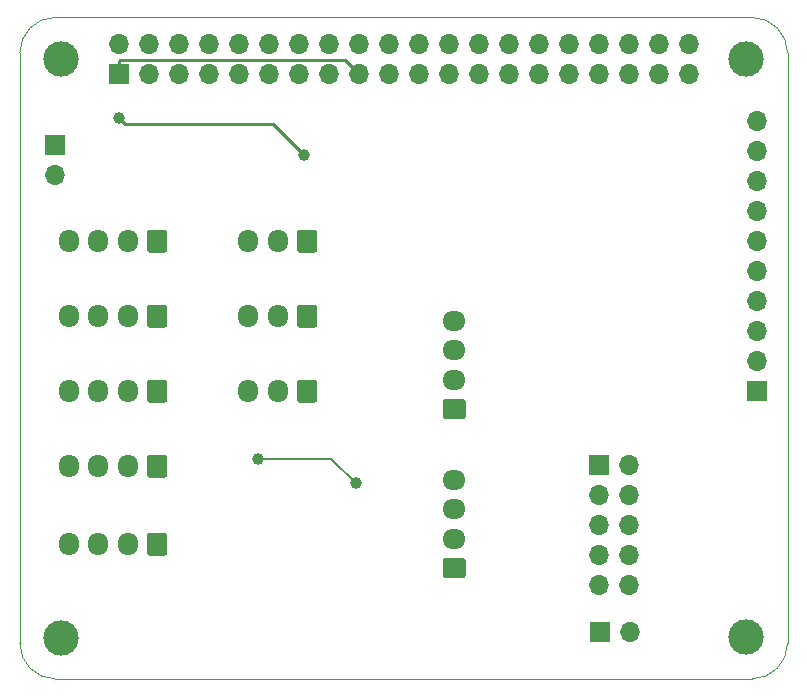
<source format=gbr>
G04 #@! TF.GenerationSoftware,KiCad,Pcbnew,(5.0.1)-3*
G04 #@! TF.CreationDate,2018-11-17T22:48:42-05:00*
G04 #@! TF.ProjectId,reef-piHat,726565662D70694861742E6B69636164,rev?*
G04 #@! TF.SameCoordinates,Original*
G04 #@! TF.FileFunction,Copper,L2,Bot,Signal*
G04 #@! TF.FilePolarity,Positive*
%FSLAX46Y46*%
G04 Gerber Fmt 4.6, Leading zero omitted, Abs format (unit mm)*
G04 Created by KiCad (PCBNEW (5.0.1)-3) date 11/17/2018 10:48:42 PM*
%MOMM*%
%LPD*%
G01*
G04 APERTURE LIST*
G04 #@! TA.AperFunction,NonConductor*
%ADD10C,0.100000*%
G04 #@! TD*
G04 #@! TA.AperFunction,ComponentPad*
%ADD11R,1.700000X1.700000*%
G04 #@! TD*
G04 #@! TA.AperFunction,ComponentPad*
%ADD12O,1.700000X1.700000*%
G04 #@! TD*
G04 #@! TA.AperFunction,WasherPad*
%ADD13C,3.000000*%
G04 #@! TD*
G04 #@! TA.AperFunction,ComponentPad*
%ADD14O,1.700000X1.950000*%
G04 #@! TD*
G04 #@! TA.AperFunction,Conductor*
%ADD15C,0.100000*%
G04 #@! TD*
G04 #@! TA.AperFunction,ComponentPad*
%ADD16C,1.700000*%
G04 #@! TD*
G04 #@! TA.AperFunction,ComponentPad*
%ADD17O,1.950000X1.700000*%
G04 #@! TD*
G04 #@! TA.AperFunction,ViaPad*
%ADD18C,1.000000*%
G04 #@! TD*
G04 #@! TA.AperFunction,Conductor*
%ADD19C,0.250000*%
G04 #@! TD*
G04 #@! TA.AperFunction,Conductor*
%ADD20C,0.150000*%
G04 #@! TD*
G04 APERTURE END LIST*
D10*
X78546356Y-63817611D02*
X78546356Y-113817611D01*
X78546356Y-63817611D02*
G75*
G02X81546356Y-60817611I3000000J0D01*
G01*
X140546356Y-60817611D02*
X81546356Y-60817611D01*
X140546356Y-60817611D02*
G75*
G02X143546356Y-63817611I0J-3000000D01*
G01*
X143546356Y-113817611D02*
X143546356Y-63817611D01*
X81546356Y-116817611D02*
G75*
G02X78546356Y-113817611I0J3000000D01*
G01*
X81546356Y-116817611D02*
X140546356Y-116817611D01*
X143546351Y-113822847D02*
G75*
G02X140546356Y-116817611I-2999995J5236D01*
G01*
D11*
G04 #@! TO.P,J3,1*
G04 #@! TO.N,/P3V3_HAT*
X86920000Y-65590000D03*
D12*
G04 #@! TO.P,J3,2*
G04 #@! TO.N,/P5V*
X86920000Y-63050000D03*
G04 #@! TO.P,J3,3*
G04 #@! TO.N,/SDA*
X89460000Y-65590000D03*
G04 #@! TO.P,J3,4*
G04 #@! TO.N,/P5V*
X89460000Y-63050000D03*
G04 #@! TO.P,J3,5*
G04 #@! TO.N,/SCL*
X92000000Y-65590000D03*
G04 #@! TO.P,J3,6*
G04 #@! TO.N,GND*
X92000000Y-63050000D03*
G04 #@! TO.P,J3,7*
G04 #@! TO.N,/1WIRE*
X94540000Y-65590000D03*
G04 #@! TO.P,J3,8*
G04 #@! TO.N,Net-(J3-Pad8)*
X94540000Y-63050000D03*
G04 #@! TO.P,J3,9*
G04 #@! TO.N,GND*
X97080000Y-65590000D03*
G04 #@! TO.P,J3,10*
G04 #@! TO.N,Net-(J3-Pad10)*
X97080000Y-63050000D03*
G04 #@! TO.P,J3,11*
G04 #@! TO.N,/ATO2*
X99620000Y-65590000D03*
G04 #@! TO.P,J3,12*
G04 #@! TO.N,Net-(J3-Pad12)*
X99620000Y-63050000D03*
G04 #@! TO.P,J3,13*
G04 #@! TO.N,/ATO1*
X102160000Y-65590000D03*
G04 #@! TO.P,J3,14*
G04 #@! TO.N,GND*
X102160000Y-63050000D03*
G04 #@! TO.P,J3,15*
G04 #@! TO.N,/PA8*
X104700000Y-65590000D03*
G04 #@! TO.P,J3,16*
G04 #@! TO.N,/PA7*
X104700000Y-63050000D03*
G04 #@! TO.P,J3,17*
G04 #@! TO.N,/P3V3_HAT*
X107240000Y-65590000D03*
G04 #@! TO.P,J3,18*
G04 #@! TO.N,/PA6*
X107240000Y-63050000D03*
G04 #@! TO.P,J3,19*
G04 #@! TO.N,/PA5*
X109780000Y-65590000D03*
G04 #@! TO.P,J3,20*
G04 #@! TO.N,GND*
X109780000Y-63050000D03*
G04 #@! TO.P,J3,21*
G04 #@! TO.N,/PA3*
X112320000Y-65590000D03*
G04 #@! TO.P,J3,22*
G04 #@! TO.N,/PA4*
X112320000Y-63050000D03*
G04 #@! TO.P,J3,23*
G04 #@! TO.N,/PA1*
X114860000Y-65590000D03*
G04 #@! TO.P,J3,24*
G04 #@! TO.N,/PA2*
X114860000Y-63050000D03*
G04 #@! TO.P,J3,25*
G04 #@! TO.N,GND*
X117400000Y-65590000D03*
G04 #@! TO.P,J3,26*
G04 #@! TO.N,Net-(J3-Pad26)*
X117400000Y-63050000D03*
G04 #@! TO.P,J3,27*
G04 #@! TO.N,/ID_SD_EEPROM*
X119940000Y-65590000D03*
G04 #@! TO.P,J3,28*
G04 #@! TO.N,/ID_SC_EEPROM*
X119940000Y-63050000D03*
G04 #@! TO.P,J3,29*
G04 #@! TO.N,/PB7*
X122480000Y-65590000D03*
G04 #@! TO.P,J3,30*
G04 #@! TO.N,GND*
X122480000Y-63050000D03*
G04 #@! TO.P,J3,31*
G04 #@! TO.N,/PB8*
X125020000Y-65590000D03*
G04 #@! TO.P,J3,32*
G04 #@! TO.N,Net-(J3-Pad32)*
X125020000Y-63050000D03*
G04 #@! TO.P,J3,33*
G04 #@! TO.N,/PB6*
X127560000Y-65590000D03*
G04 #@! TO.P,J3,34*
G04 #@! TO.N,GND*
X127560000Y-63050000D03*
G04 #@! TO.P,J3,35*
G04 #@! TO.N,/PB4*
X130100000Y-65590000D03*
G04 #@! TO.P,J3,36*
G04 #@! TO.N,/PB5*
X130100000Y-63050000D03*
G04 #@! TO.P,J3,37*
G04 #@! TO.N,/PB2*
X132640000Y-65590000D03*
G04 #@! TO.P,J3,38*
G04 #@! TO.N,/PB3*
X132640000Y-63050000D03*
G04 #@! TO.P,J3,39*
G04 #@! TO.N,GND*
X135180000Y-65590000D03*
G04 #@! TO.P,J3,40*
G04 #@! TO.N,/PB1*
X135180000Y-63050000D03*
G04 #@! TD*
D13*
G04 #@! TO.P,H1,*
G04 #@! TO.N,*
X82040000Y-64310000D03*
G04 #@! TD*
G04 #@! TO.P,H2,*
G04 #@! TO.N,*
X140040000Y-64330000D03*
G04 #@! TD*
G04 #@! TO.P,H3,*
G04 #@! TO.N,*
X82040000Y-113320000D03*
G04 #@! TD*
G04 #@! TO.P,H4,*
G04 #@! TO.N,*
X140030000Y-113310000D03*
G04 #@! TD*
D14*
G04 #@! TO.P,J1,4*
G04 #@! TO.N,GND*
X82670000Y-92456000D03*
G04 #@! TO.P,J1,3*
G04 #@! TO.N,Net-(J1-Pad3)*
X85170000Y-92456000D03*
G04 #@! TO.P,J1,2*
G04 #@! TO.N,Net-(J1-Pad2)*
X87670000Y-92456000D03*
D15*
G04 #@! TD*
G04 #@! TO.N,Net-(J1-Pad1)*
G04 #@! TO.C,J1*
G36*
X90794504Y-91482204D02*
X90818773Y-91485804D01*
X90842571Y-91491765D01*
X90865671Y-91500030D01*
X90887849Y-91510520D01*
X90908893Y-91523133D01*
X90928598Y-91537747D01*
X90946777Y-91554223D01*
X90963253Y-91572402D01*
X90977867Y-91592107D01*
X90990480Y-91613151D01*
X91000970Y-91635329D01*
X91009235Y-91658429D01*
X91015196Y-91682227D01*
X91018796Y-91706496D01*
X91020000Y-91731000D01*
X91020000Y-93181000D01*
X91018796Y-93205504D01*
X91015196Y-93229773D01*
X91009235Y-93253571D01*
X91000970Y-93276671D01*
X90990480Y-93298849D01*
X90977867Y-93319893D01*
X90963253Y-93339598D01*
X90946777Y-93357777D01*
X90928598Y-93374253D01*
X90908893Y-93388867D01*
X90887849Y-93401480D01*
X90865671Y-93411970D01*
X90842571Y-93420235D01*
X90818773Y-93426196D01*
X90794504Y-93429796D01*
X90770000Y-93431000D01*
X89570000Y-93431000D01*
X89545496Y-93429796D01*
X89521227Y-93426196D01*
X89497429Y-93420235D01*
X89474329Y-93411970D01*
X89452151Y-93401480D01*
X89431107Y-93388867D01*
X89411402Y-93374253D01*
X89393223Y-93357777D01*
X89376747Y-93339598D01*
X89362133Y-93319893D01*
X89349520Y-93298849D01*
X89339030Y-93276671D01*
X89330765Y-93253571D01*
X89324804Y-93229773D01*
X89321204Y-93205504D01*
X89320000Y-93181000D01*
X89320000Y-91731000D01*
X89321204Y-91706496D01*
X89324804Y-91682227D01*
X89330765Y-91658429D01*
X89339030Y-91635329D01*
X89349520Y-91613151D01*
X89362133Y-91592107D01*
X89376747Y-91572402D01*
X89393223Y-91554223D01*
X89411402Y-91537747D01*
X89431107Y-91523133D01*
X89452151Y-91510520D01*
X89474329Y-91500030D01*
X89497429Y-91491765D01*
X89521227Y-91485804D01*
X89545496Y-91482204D01*
X89570000Y-91481000D01*
X90770000Y-91481000D01*
X90794504Y-91482204D01*
X90794504Y-91482204D01*
G37*
D16*
G04 #@! TO.P,J1,1*
G04 #@! TO.N,Net-(J1-Pad1)*
X90170000Y-92456000D03*
G04 #@! TD*
D15*
G04 #@! TO.N,Net-(J2-Pad1)*
G04 #@! TO.C,J2*
G36*
X90794504Y-97832204D02*
X90818773Y-97835804D01*
X90842571Y-97841765D01*
X90865671Y-97850030D01*
X90887849Y-97860520D01*
X90908893Y-97873133D01*
X90928598Y-97887747D01*
X90946777Y-97904223D01*
X90963253Y-97922402D01*
X90977867Y-97942107D01*
X90990480Y-97963151D01*
X91000970Y-97985329D01*
X91009235Y-98008429D01*
X91015196Y-98032227D01*
X91018796Y-98056496D01*
X91020000Y-98081000D01*
X91020000Y-99531000D01*
X91018796Y-99555504D01*
X91015196Y-99579773D01*
X91009235Y-99603571D01*
X91000970Y-99626671D01*
X90990480Y-99648849D01*
X90977867Y-99669893D01*
X90963253Y-99689598D01*
X90946777Y-99707777D01*
X90928598Y-99724253D01*
X90908893Y-99738867D01*
X90887849Y-99751480D01*
X90865671Y-99761970D01*
X90842571Y-99770235D01*
X90818773Y-99776196D01*
X90794504Y-99779796D01*
X90770000Y-99781000D01*
X89570000Y-99781000D01*
X89545496Y-99779796D01*
X89521227Y-99776196D01*
X89497429Y-99770235D01*
X89474329Y-99761970D01*
X89452151Y-99751480D01*
X89431107Y-99738867D01*
X89411402Y-99724253D01*
X89393223Y-99707777D01*
X89376747Y-99689598D01*
X89362133Y-99669893D01*
X89349520Y-99648849D01*
X89339030Y-99626671D01*
X89330765Y-99603571D01*
X89324804Y-99579773D01*
X89321204Y-99555504D01*
X89320000Y-99531000D01*
X89320000Y-98081000D01*
X89321204Y-98056496D01*
X89324804Y-98032227D01*
X89330765Y-98008429D01*
X89339030Y-97985329D01*
X89349520Y-97963151D01*
X89362133Y-97942107D01*
X89376747Y-97922402D01*
X89393223Y-97904223D01*
X89411402Y-97887747D01*
X89431107Y-97873133D01*
X89452151Y-97860520D01*
X89474329Y-97850030D01*
X89497429Y-97841765D01*
X89521227Y-97835804D01*
X89545496Y-97832204D01*
X89570000Y-97831000D01*
X90770000Y-97831000D01*
X90794504Y-97832204D01*
X90794504Y-97832204D01*
G37*
D16*
G04 #@! TD*
G04 #@! TO.P,J2,1*
G04 #@! TO.N,Net-(J2-Pad1)*
X90170000Y-98806000D03*
D14*
G04 #@! TO.P,J2,2*
G04 #@! TO.N,Net-(J2-Pad2)*
X87670000Y-98806000D03*
G04 #@! TO.P,J2,3*
G04 #@! TO.N,Net-(J2-Pad3)*
X85170000Y-98806000D03*
G04 #@! TO.P,J2,4*
G04 #@! TO.N,GND*
X82670000Y-98806000D03*
G04 #@! TD*
D15*
G04 #@! TO.N,Net-(J4-Pad1)*
G04 #@! TO.C,J4*
G36*
X90794504Y-104436204D02*
X90818773Y-104439804D01*
X90842571Y-104445765D01*
X90865671Y-104454030D01*
X90887849Y-104464520D01*
X90908893Y-104477133D01*
X90928598Y-104491747D01*
X90946777Y-104508223D01*
X90963253Y-104526402D01*
X90977867Y-104546107D01*
X90990480Y-104567151D01*
X91000970Y-104589329D01*
X91009235Y-104612429D01*
X91015196Y-104636227D01*
X91018796Y-104660496D01*
X91020000Y-104685000D01*
X91020000Y-106135000D01*
X91018796Y-106159504D01*
X91015196Y-106183773D01*
X91009235Y-106207571D01*
X91000970Y-106230671D01*
X90990480Y-106252849D01*
X90977867Y-106273893D01*
X90963253Y-106293598D01*
X90946777Y-106311777D01*
X90928598Y-106328253D01*
X90908893Y-106342867D01*
X90887849Y-106355480D01*
X90865671Y-106365970D01*
X90842571Y-106374235D01*
X90818773Y-106380196D01*
X90794504Y-106383796D01*
X90770000Y-106385000D01*
X89570000Y-106385000D01*
X89545496Y-106383796D01*
X89521227Y-106380196D01*
X89497429Y-106374235D01*
X89474329Y-106365970D01*
X89452151Y-106355480D01*
X89431107Y-106342867D01*
X89411402Y-106328253D01*
X89393223Y-106311777D01*
X89376747Y-106293598D01*
X89362133Y-106273893D01*
X89349520Y-106252849D01*
X89339030Y-106230671D01*
X89330765Y-106207571D01*
X89324804Y-106183773D01*
X89321204Y-106159504D01*
X89320000Y-106135000D01*
X89320000Y-104685000D01*
X89321204Y-104660496D01*
X89324804Y-104636227D01*
X89330765Y-104612429D01*
X89339030Y-104589329D01*
X89349520Y-104567151D01*
X89362133Y-104546107D01*
X89376747Y-104526402D01*
X89393223Y-104508223D01*
X89411402Y-104491747D01*
X89431107Y-104477133D01*
X89452151Y-104464520D01*
X89474329Y-104454030D01*
X89497429Y-104445765D01*
X89521227Y-104439804D01*
X89545496Y-104436204D01*
X89570000Y-104435000D01*
X90770000Y-104435000D01*
X90794504Y-104436204D01*
X90794504Y-104436204D01*
G37*
D16*
G04 #@! TD*
G04 #@! TO.P,J4,1*
G04 #@! TO.N,Net-(J4-Pad1)*
X90170000Y-105410000D03*
D14*
G04 #@! TO.P,J4,2*
G04 #@! TO.N,Net-(J4-Pad2)*
X87670000Y-105410000D03*
G04 #@! TO.P,J4,3*
G04 #@! TO.N,Net-(J4-Pad3)*
X85170000Y-105410000D03*
G04 #@! TO.P,J4,4*
G04 #@! TO.N,GND*
X82670000Y-105410000D03*
G04 #@! TD*
D15*
G04 #@! TO.N,/P5V*
G04 #@! TO.C,J8*
G36*
X116065504Y-93131204D02*
X116089773Y-93134804D01*
X116113571Y-93140765D01*
X116136671Y-93149030D01*
X116158849Y-93159520D01*
X116179893Y-93172133D01*
X116199598Y-93186747D01*
X116217777Y-93203223D01*
X116234253Y-93221402D01*
X116248867Y-93241107D01*
X116261480Y-93262151D01*
X116271970Y-93284329D01*
X116280235Y-93307429D01*
X116286196Y-93331227D01*
X116289796Y-93355496D01*
X116291000Y-93380000D01*
X116291000Y-94580000D01*
X116289796Y-94604504D01*
X116286196Y-94628773D01*
X116280235Y-94652571D01*
X116271970Y-94675671D01*
X116261480Y-94697849D01*
X116248867Y-94718893D01*
X116234253Y-94738598D01*
X116217777Y-94756777D01*
X116199598Y-94773253D01*
X116179893Y-94787867D01*
X116158849Y-94800480D01*
X116136671Y-94810970D01*
X116113571Y-94819235D01*
X116089773Y-94825196D01*
X116065504Y-94828796D01*
X116041000Y-94830000D01*
X114591000Y-94830000D01*
X114566496Y-94828796D01*
X114542227Y-94825196D01*
X114518429Y-94819235D01*
X114495329Y-94810970D01*
X114473151Y-94800480D01*
X114452107Y-94787867D01*
X114432402Y-94773253D01*
X114414223Y-94756777D01*
X114397747Y-94738598D01*
X114383133Y-94718893D01*
X114370520Y-94697849D01*
X114360030Y-94675671D01*
X114351765Y-94652571D01*
X114345804Y-94628773D01*
X114342204Y-94604504D01*
X114341000Y-94580000D01*
X114341000Y-93380000D01*
X114342204Y-93355496D01*
X114345804Y-93331227D01*
X114351765Y-93307429D01*
X114360030Y-93284329D01*
X114370520Y-93262151D01*
X114383133Y-93241107D01*
X114397747Y-93221402D01*
X114414223Y-93203223D01*
X114432402Y-93186747D01*
X114452107Y-93172133D01*
X114473151Y-93159520D01*
X114495329Y-93149030D01*
X114518429Y-93140765D01*
X114542227Y-93134804D01*
X114566496Y-93131204D01*
X114591000Y-93130000D01*
X116041000Y-93130000D01*
X116065504Y-93131204D01*
X116065504Y-93131204D01*
G37*
D16*
G04 #@! TD*
G04 #@! TO.P,J8,1*
G04 #@! TO.N,/P5V*
X115316000Y-93980000D03*
D17*
G04 #@! TO.P,J8,2*
G04 #@! TO.N,/ATO1*
X115316000Y-91480000D03*
G04 #@! TO.P,J8,3*
G04 #@! TO.N,GND*
X115316000Y-88980000D03*
G04 #@! TO.P,J8,4*
X115316000Y-86480000D03*
G04 #@! TD*
G04 #@! TO.P,J10,4*
G04 #@! TO.N,GND*
X115316000Y-99942000D03*
G04 #@! TO.P,J10,3*
X115316000Y-102442000D03*
G04 #@! TO.P,J10,2*
G04 #@! TO.N,/ATO2*
X115316000Y-104942000D03*
D15*
G04 #@! TD*
G04 #@! TO.N,/P5V*
G04 #@! TO.C,J10*
G36*
X116065504Y-106593204D02*
X116089773Y-106596804D01*
X116113571Y-106602765D01*
X116136671Y-106611030D01*
X116158849Y-106621520D01*
X116179893Y-106634133D01*
X116199598Y-106648747D01*
X116217777Y-106665223D01*
X116234253Y-106683402D01*
X116248867Y-106703107D01*
X116261480Y-106724151D01*
X116271970Y-106746329D01*
X116280235Y-106769429D01*
X116286196Y-106793227D01*
X116289796Y-106817496D01*
X116291000Y-106842000D01*
X116291000Y-108042000D01*
X116289796Y-108066504D01*
X116286196Y-108090773D01*
X116280235Y-108114571D01*
X116271970Y-108137671D01*
X116261480Y-108159849D01*
X116248867Y-108180893D01*
X116234253Y-108200598D01*
X116217777Y-108218777D01*
X116199598Y-108235253D01*
X116179893Y-108249867D01*
X116158849Y-108262480D01*
X116136671Y-108272970D01*
X116113571Y-108281235D01*
X116089773Y-108287196D01*
X116065504Y-108290796D01*
X116041000Y-108292000D01*
X114591000Y-108292000D01*
X114566496Y-108290796D01*
X114542227Y-108287196D01*
X114518429Y-108281235D01*
X114495329Y-108272970D01*
X114473151Y-108262480D01*
X114452107Y-108249867D01*
X114432402Y-108235253D01*
X114414223Y-108218777D01*
X114397747Y-108200598D01*
X114383133Y-108180893D01*
X114370520Y-108159849D01*
X114360030Y-108137671D01*
X114351765Y-108114571D01*
X114345804Y-108090773D01*
X114342204Y-108066504D01*
X114341000Y-108042000D01*
X114341000Y-106842000D01*
X114342204Y-106817496D01*
X114345804Y-106793227D01*
X114351765Y-106769429D01*
X114360030Y-106746329D01*
X114370520Y-106724151D01*
X114383133Y-106703107D01*
X114397747Y-106683402D01*
X114414223Y-106665223D01*
X114432402Y-106648747D01*
X114452107Y-106634133D01*
X114473151Y-106621520D01*
X114495329Y-106611030D01*
X114518429Y-106602765D01*
X114542227Y-106596804D01*
X114566496Y-106593204D01*
X114591000Y-106592000D01*
X116041000Y-106592000D01*
X116065504Y-106593204D01*
X116065504Y-106593204D01*
G37*
D16*
G04 #@! TO.P,J10,1*
G04 #@! TO.N,/P5V*
X115316000Y-107442000D03*
G04 #@! TD*
D15*
G04 #@! TO.N,/P5V*
G04 #@! TO.C,J11*
G36*
X90794504Y-85132204D02*
X90818773Y-85135804D01*
X90842571Y-85141765D01*
X90865671Y-85150030D01*
X90887849Y-85160520D01*
X90908893Y-85173133D01*
X90928598Y-85187747D01*
X90946777Y-85204223D01*
X90963253Y-85222402D01*
X90977867Y-85242107D01*
X90990480Y-85263151D01*
X91000970Y-85285329D01*
X91009235Y-85308429D01*
X91015196Y-85332227D01*
X91018796Y-85356496D01*
X91020000Y-85381000D01*
X91020000Y-86831000D01*
X91018796Y-86855504D01*
X91015196Y-86879773D01*
X91009235Y-86903571D01*
X91000970Y-86926671D01*
X90990480Y-86948849D01*
X90977867Y-86969893D01*
X90963253Y-86989598D01*
X90946777Y-87007777D01*
X90928598Y-87024253D01*
X90908893Y-87038867D01*
X90887849Y-87051480D01*
X90865671Y-87061970D01*
X90842571Y-87070235D01*
X90818773Y-87076196D01*
X90794504Y-87079796D01*
X90770000Y-87081000D01*
X89570000Y-87081000D01*
X89545496Y-87079796D01*
X89521227Y-87076196D01*
X89497429Y-87070235D01*
X89474329Y-87061970D01*
X89452151Y-87051480D01*
X89431107Y-87038867D01*
X89411402Y-87024253D01*
X89393223Y-87007777D01*
X89376747Y-86989598D01*
X89362133Y-86969893D01*
X89349520Y-86948849D01*
X89339030Y-86926671D01*
X89330765Y-86903571D01*
X89324804Y-86879773D01*
X89321204Y-86855504D01*
X89320000Y-86831000D01*
X89320000Y-85381000D01*
X89321204Y-85356496D01*
X89324804Y-85332227D01*
X89330765Y-85308429D01*
X89339030Y-85285329D01*
X89349520Y-85263151D01*
X89362133Y-85242107D01*
X89376747Y-85222402D01*
X89393223Y-85204223D01*
X89411402Y-85187747D01*
X89431107Y-85173133D01*
X89452151Y-85160520D01*
X89474329Y-85150030D01*
X89497429Y-85141765D01*
X89521227Y-85135804D01*
X89545496Y-85132204D01*
X89570000Y-85131000D01*
X90770000Y-85131000D01*
X90794504Y-85132204D01*
X90794504Y-85132204D01*
G37*
D16*
G04 #@! TD*
G04 #@! TO.P,J11,1*
G04 #@! TO.N,/P5V*
X90170000Y-86106000D03*
D14*
G04 #@! TO.P,J11,2*
G04 #@! TO.N,/SCL*
X87670000Y-86106000D03*
G04 #@! TO.P,J11,3*
G04 #@! TO.N,/SDA*
X85170000Y-86106000D03*
G04 #@! TO.P,J11,4*
G04 #@! TO.N,GND*
X82670000Y-86106000D03*
G04 #@! TD*
G04 #@! TO.P,J12,4*
G04 #@! TO.N,GND*
X82670000Y-79756000D03*
G04 #@! TO.P,J12,3*
G04 #@! TO.N,/SDA*
X85170000Y-79756000D03*
G04 #@! TO.P,J12,2*
G04 #@! TO.N,/SCL*
X87670000Y-79756000D03*
D15*
G04 #@! TD*
G04 #@! TO.N,/P5V*
G04 #@! TO.C,J12*
G36*
X90794504Y-78782204D02*
X90818773Y-78785804D01*
X90842571Y-78791765D01*
X90865671Y-78800030D01*
X90887849Y-78810520D01*
X90908893Y-78823133D01*
X90928598Y-78837747D01*
X90946777Y-78854223D01*
X90963253Y-78872402D01*
X90977867Y-78892107D01*
X90990480Y-78913151D01*
X91000970Y-78935329D01*
X91009235Y-78958429D01*
X91015196Y-78982227D01*
X91018796Y-79006496D01*
X91020000Y-79031000D01*
X91020000Y-80481000D01*
X91018796Y-80505504D01*
X91015196Y-80529773D01*
X91009235Y-80553571D01*
X91000970Y-80576671D01*
X90990480Y-80598849D01*
X90977867Y-80619893D01*
X90963253Y-80639598D01*
X90946777Y-80657777D01*
X90928598Y-80674253D01*
X90908893Y-80688867D01*
X90887849Y-80701480D01*
X90865671Y-80711970D01*
X90842571Y-80720235D01*
X90818773Y-80726196D01*
X90794504Y-80729796D01*
X90770000Y-80731000D01*
X89570000Y-80731000D01*
X89545496Y-80729796D01*
X89521227Y-80726196D01*
X89497429Y-80720235D01*
X89474329Y-80711970D01*
X89452151Y-80701480D01*
X89431107Y-80688867D01*
X89411402Y-80674253D01*
X89393223Y-80657777D01*
X89376747Y-80639598D01*
X89362133Y-80619893D01*
X89349520Y-80598849D01*
X89339030Y-80576671D01*
X89330765Y-80553571D01*
X89324804Y-80529773D01*
X89321204Y-80505504D01*
X89320000Y-80481000D01*
X89320000Y-79031000D01*
X89321204Y-79006496D01*
X89324804Y-78982227D01*
X89330765Y-78958429D01*
X89339030Y-78935329D01*
X89349520Y-78913151D01*
X89362133Y-78892107D01*
X89376747Y-78872402D01*
X89393223Y-78854223D01*
X89411402Y-78837747D01*
X89431107Y-78823133D01*
X89452151Y-78810520D01*
X89474329Y-78800030D01*
X89497429Y-78791765D01*
X89521227Y-78785804D01*
X89545496Y-78782204D01*
X89570000Y-78781000D01*
X90770000Y-78781000D01*
X90794504Y-78782204D01*
X90794504Y-78782204D01*
G37*
D16*
G04 #@! TO.P,J12,1*
G04 #@! TO.N,/P5V*
X90170000Y-79756000D03*
G04 #@! TD*
D11*
G04 #@! TO.P,J13,1*
G04 #@! TO.N,/P5V*
X81534000Y-71628000D03*
D12*
G04 #@! TO.P,J13,2*
G04 #@! TO.N,GND*
X81534000Y-74168000D03*
G04 #@! TD*
D15*
G04 #@! TO.N,/P3V3_HAT*
G04 #@! TO.C,J14*
G36*
X103494504Y-78782204D02*
X103518773Y-78785804D01*
X103542571Y-78791765D01*
X103565671Y-78800030D01*
X103587849Y-78810520D01*
X103608893Y-78823133D01*
X103628598Y-78837747D01*
X103646777Y-78854223D01*
X103663253Y-78872402D01*
X103677867Y-78892107D01*
X103690480Y-78913151D01*
X103700970Y-78935329D01*
X103709235Y-78958429D01*
X103715196Y-78982227D01*
X103718796Y-79006496D01*
X103720000Y-79031000D01*
X103720000Y-80481000D01*
X103718796Y-80505504D01*
X103715196Y-80529773D01*
X103709235Y-80553571D01*
X103700970Y-80576671D01*
X103690480Y-80598849D01*
X103677867Y-80619893D01*
X103663253Y-80639598D01*
X103646777Y-80657777D01*
X103628598Y-80674253D01*
X103608893Y-80688867D01*
X103587849Y-80701480D01*
X103565671Y-80711970D01*
X103542571Y-80720235D01*
X103518773Y-80726196D01*
X103494504Y-80729796D01*
X103470000Y-80731000D01*
X102270000Y-80731000D01*
X102245496Y-80729796D01*
X102221227Y-80726196D01*
X102197429Y-80720235D01*
X102174329Y-80711970D01*
X102152151Y-80701480D01*
X102131107Y-80688867D01*
X102111402Y-80674253D01*
X102093223Y-80657777D01*
X102076747Y-80639598D01*
X102062133Y-80619893D01*
X102049520Y-80598849D01*
X102039030Y-80576671D01*
X102030765Y-80553571D01*
X102024804Y-80529773D01*
X102021204Y-80505504D01*
X102020000Y-80481000D01*
X102020000Y-79031000D01*
X102021204Y-79006496D01*
X102024804Y-78982227D01*
X102030765Y-78958429D01*
X102039030Y-78935329D01*
X102049520Y-78913151D01*
X102062133Y-78892107D01*
X102076747Y-78872402D01*
X102093223Y-78854223D01*
X102111402Y-78837747D01*
X102131107Y-78823133D01*
X102152151Y-78810520D01*
X102174329Y-78800030D01*
X102197429Y-78791765D01*
X102221227Y-78785804D01*
X102245496Y-78782204D01*
X102270000Y-78781000D01*
X103470000Y-78781000D01*
X103494504Y-78782204D01*
X103494504Y-78782204D01*
G37*
D16*
G04 #@! TD*
G04 #@! TO.P,J14,1*
G04 #@! TO.N,/P3V3_HAT*
X102870000Y-79756000D03*
D14*
G04 #@! TO.P,J14,2*
G04 #@! TO.N,/1WIRE*
X100370000Y-79756000D03*
G04 #@! TO.P,J14,3*
G04 #@! TO.N,GND*
X97870000Y-79756000D03*
G04 #@! TD*
G04 #@! TO.P,J15,3*
G04 #@! TO.N,GND*
X97870000Y-86106000D03*
G04 #@! TO.P,J15,2*
G04 #@! TO.N,/1WIRE*
X100370000Y-86106000D03*
D15*
G04 #@! TD*
G04 #@! TO.N,/P3V3_HAT*
G04 #@! TO.C,J15*
G36*
X103494504Y-85132204D02*
X103518773Y-85135804D01*
X103542571Y-85141765D01*
X103565671Y-85150030D01*
X103587849Y-85160520D01*
X103608893Y-85173133D01*
X103628598Y-85187747D01*
X103646777Y-85204223D01*
X103663253Y-85222402D01*
X103677867Y-85242107D01*
X103690480Y-85263151D01*
X103700970Y-85285329D01*
X103709235Y-85308429D01*
X103715196Y-85332227D01*
X103718796Y-85356496D01*
X103720000Y-85381000D01*
X103720000Y-86831000D01*
X103718796Y-86855504D01*
X103715196Y-86879773D01*
X103709235Y-86903571D01*
X103700970Y-86926671D01*
X103690480Y-86948849D01*
X103677867Y-86969893D01*
X103663253Y-86989598D01*
X103646777Y-87007777D01*
X103628598Y-87024253D01*
X103608893Y-87038867D01*
X103587849Y-87051480D01*
X103565671Y-87061970D01*
X103542571Y-87070235D01*
X103518773Y-87076196D01*
X103494504Y-87079796D01*
X103470000Y-87081000D01*
X102270000Y-87081000D01*
X102245496Y-87079796D01*
X102221227Y-87076196D01*
X102197429Y-87070235D01*
X102174329Y-87061970D01*
X102152151Y-87051480D01*
X102131107Y-87038867D01*
X102111402Y-87024253D01*
X102093223Y-87007777D01*
X102076747Y-86989598D01*
X102062133Y-86969893D01*
X102049520Y-86948849D01*
X102039030Y-86926671D01*
X102030765Y-86903571D01*
X102024804Y-86879773D01*
X102021204Y-86855504D01*
X102020000Y-86831000D01*
X102020000Y-85381000D01*
X102021204Y-85356496D01*
X102024804Y-85332227D01*
X102030765Y-85308429D01*
X102039030Y-85285329D01*
X102049520Y-85263151D01*
X102062133Y-85242107D01*
X102076747Y-85222402D01*
X102093223Y-85204223D01*
X102111402Y-85187747D01*
X102131107Y-85173133D01*
X102152151Y-85160520D01*
X102174329Y-85150030D01*
X102197429Y-85141765D01*
X102221227Y-85135804D01*
X102245496Y-85132204D01*
X102270000Y-85131000D01*
X103470000Y-85131000D01*
X103494504Y-85132204D01*
X103494504Y-85132204D01*
G37*
D16*
G04 #@! TO.P,J15,1*
G04 #@! TO.N,/P3V3_HAT*
X102870000Y-86106000D03*
G04 #@! TD*
D15*
G04 #@! TO.N,/P3V3_HAT*
G04 #@! TO.C,J16*
G36*
X103494504Y-91482204D02*
X103518773Y-91485804D01*
X103542571Y-91491765D01*
X103565671Y-91500030D01*
X103587849Y-91510520D01*
X103608893Y-91523133D01*
X103628598Y-91537747D01*
X103646777Y-91554223D01*
X103663253Y-91572402D01*
X103677867Y-91592107D01*
X103690480Y-91613151D01*
X103700970Y-91635329D01*
X103709235Y-91658429D01*
X103715196Y-91682227D01*
X103718796Y-91706496D01*
X103720000Y-91731000D01*
X103720000Y-93181000D01*
X103718796Y-93205504D01*
X103715196Y-93229773D01*
X103709235Y-93253571D01*
X103700970Y-93276671D01*
X103690480Y-93298849D01*
X103677867Y-93319893D01*
X103663253Y-93339598D01*
X103646777Y-93357777D01*
X103628598Y-93374253D01*
X103608893Y-93388867D01*
X103587849Y-93401480D01*
X103565671Y-93411970D01*
X103542571Y-93420235D01*
X103518773Y-93426196D01*
X103494504Y-93429796D01*
X103470000Y-93431000D01*
X102270000Y-93431000D01*
X102245496Y-93429796D01*
X102221227Y-93426196D01*
X102197429Y-93420235D01*
X102174329Y-93411970D01*
X102152151Y-93401480D01*
X102131107Y-93388867D01*
X102111402Y-93374253D01*
X102093223Y-93357777D01*
X102076747Y-93339598D01*
X102062133Y-93319893D01*
X102049520Y-93298849D01*
X102039030Y-93276671D01*
X102030765Y-93253571D01*
X102024804Y-93229773D01*
X102021204Y-93205504D01*
X102020000Y-93181000D01*
X102020000Y-91731000D01*
X102021204Y-91706496D01*
X102024804Y-91682227D01*
X102030765Y-91658429D01*
X102039030Y-91635329D01*
X102049520Y-91613151D01*
X102062133Y-91592107D01*
X102076747Y-91572402D01*
X102093223Y-91554223D01*
X102111402Y-91537747D01*
X102131107Y-91523133D01*
X102152151Y-91510520D01*
X102174329Y-91500030D01*
X102197429Y-91491765D01*
X102221227Y-91485804D01*
X102245496Y-91482204D01*
X102270000Y-91481000D01*
X103470000Y-91481000D01*
X103494504Y-91482204D01*
X103494504Y-91482204D01*
G37*
D16*
G04 #@! TD*
G04 #@! TO.P,J16,1*
G04 #@! TO.N,/P3V3_HAT*
X102870000Y-92456000D03*
D14*
G04 #@! TO.P,J16,2*
G04 #@! TO.N,/1WIRE*
X100370000Y-92456000D03*
G04 #@! TO.P,J16,3*
G04 #@! TO.N,GND*
X97870000Y-92456000D03*
G04 #@! TD*
D11*
G04 #@! TO.P,J7,1*
G04 #@! TO.N,/P5V*
X140970000Y-92456000D03*
D12*
G04 #@! TO.P,J7,2*
G04 #@! TO.N,/PB8*
X140970000Y-89916000D03*
G04 #@! TO.P,J7,3*
G04 #@! TO.N,/PB7*
X140970000Y-87376000D03*
G04 #@! TO.P,J7,4*
G04 #@! TO.N,/PB6*
X140970000Y-84836000D03*
G04 #@! TO.P,J7,5*
G04 #@! TO.N,/PB5*
X140970000Y-82296000D03*
G04 #@! TO.P,J7,6*
G04 #@! TO.N,/PB4*
X140970000Y-79756000D03*
G04 #@! TO.P,J7,7*
G04 #@! TO.N,/PB3*
X140970000Y-77216000D03*
G04 #@! TO.P,J7,8*
G04 #@! TO.N,/PB2*
X140970000Y-74676000D03*
G04 #@! TO.P,J7,9*
G04 #@! TO.N,/PB1*
X140970000Y-72136000D03*
G04 #@! TO.P,J7,10*
G04 #@! TO.N,GND*
X140970000Y-69596000D03*
G04 #@! TD*
D11*
G04 #@! TO.P,J5,1*
G04 #@! TO.N,/12V*
X127635000Y-112839500D03*
D12*
G04 #@! TO.P,J5,2*
G04 #@! TO.N,GND*
X130175000Y-112839500D03*
G04 #@! TD*
D11*
G04 #@! TO.P,J6,1*
G04 #@! TO.N,Net-(J6-Pad1)*
X127571500Y-98742500D03*
D12*
G04 #@! TO.P,J6,2*
G04 #@! TO.N,Net-(J6-Pad2)*
X130111500Y-98742500D03*
G04 #@! TO.P,J6,3*
G04 #@! TO.N,Net-(J6-Pad3)*
X127571500Y-101282500D03*
G04 #@! TO.P,J6,4*
G04 #@! TO.N,Net-(J6-Pad4)*
X130111500Y-101282500D03*
G04 #@! TO.P,J6,5*
G04 #@! TO.N,Net-(J6-Pad5)*
X127571500Y-103822500D03*
G04 #@! TO.P,J6,6*
G04 #@! TO.N,Net-(J6-Pad6)*
X130111500Y-103822500D03*
G04 #@! TO.P,J6,7*
G04 #@! TO.N,Net-(J6-Pad7)*
X127571500Y-106362500D03*
G04 #@! TO.P,J6,8*
G04 #@! TO.N,Net-(J6-Pad8)*
X130111500Y-106362500D03*
G04 #@! TO.P,J6,9*
G04 #@! TO.N,/12V*
X127571500Y-108902500D03*
G04 #@! TO.P,J6,10*
G04 #@! TO.N,Net-(J6-Pad10)*
X130111500Y-108902500D03*
G04 #@! TD*
D18*
G04 #@! TO.N,/P3V3_HAT*
X86931500Y-69342000D03*
X102616000Y-72453500D03*
X98679000Y-98171000D03*
X106997500Y-100266500D03*
G04 #@! TD*
D19*
G04 #@! TO.N,/ID_SD_EEPROM*
X119940000Y-66060000D02*
X119940000Y-65590000D01*
G04 #@! TO.N,/P3V3_HAT*
X87431499Y-69841999D02*
X100004499Y-69841999D01*
X86931500Y-69342000D02*
X87431499Y-69841999D01*
X100004499Y-69841999D02*
X102616000Y-72453500D01*
X102616000Y-72453500D02*
X102616000Y-72453500D01*
X86920000Y-64490000D02*
X86920000Y-65590000D01*
X86995001Y-64414999D02*
X86920000Y-64490000D01*
X106064999Y-64414999D02*
X86995001Y-64414999D01*
X107240000Y-65590000D02*
X106064999Y-64414999D01*
D20*
X98679000Y-98171000D02*
X104902000Y-98171000D01*
X104902000Y-98171000D02*
X106997500Y-100266500D01*
X106997500Y-100266500D02*
X106997500Y-100266500D01*
G04 #@! TD*
M02*

</source>
